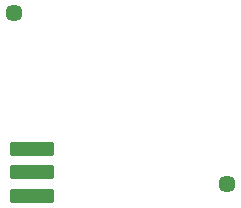
<source format=gbs>
%TF.GenerationSoftware,KiCad,Pcbnew,9.0.6*%
%TF.CreationDate,2025-11-24T17:12:20+00:00*%
%TF.ProjectId,power-pcb,706f7765-722d-4706-9362-2e6b69636164,rev?*%
%TF.SameCoordinates,Original*%
%TF.FileFunction,Soldermask,Bot*%
%TF.FilePolarity,Negative*%
%FSLAX46Y46*%
G04 Gerber Fmt 4.6, Leading zero omitted, Abs format (unit mm)*
G04 Created by KiCad (PCBNEW 9.0.6) date 2025-11-24 17:12:20*
%MOMM*%
%LPD*%
G01*
G04 APERTURE LIST*
G04 Aperture macros list*
%AMRoundRect*
0 Rectangle with rounded corners*
0 $1 Rounding radius*
0 $2 $3 $4 $5 $6 $7 $8 $9 X,Y pos of 4 corners*
0 Add a 4 corners polygon primitive as box body*
4,1,4,$2,$3,$4,$5,$6,$7,$8,$9,$2,$3,0*
0 Add four circle primitives for the rounded corners*
1,1,$1+$1,$2,$3*
1,1,$1+$1,$4,$5*
1,1,$1+$1,$6,$7*
1,1,$1+$1,$8,$9*
0 Add four rect primitives between the rounded corners*
20,1,$1+$1,$2,$3,$4,$5,0*
20,1,$1+$1,$4,$5,$6,$7,0*
20,1,$1+$1,$6,$7,$8,$9,0*
20,1,$1+$1,$8,$9,$2,$3,0*%
G04 Aperture macros list end*
%ADD10C,1.448000*%
%ADD11RoundRect,0.102000X-1.750000X0.500000X-1.750000X-0.500000X1.750000X-0.500000X1.750000X0.500000X0*%
G04 APERTURE END LIST*
D10*
%TO.C,REF\u002A\u002A*%
X106500000Y-75500000D03*
%TD*%
%TO.C,REF\u002A\u002A*%
X124500000Y-89972500D03*
%TD*%
D11*
%TO.C,J1*%
X108000000Y-90962500D03*
X108000000Y-88962500D03*
X108000000Y-86962500D03*
%TD*%
M02*

</source>
